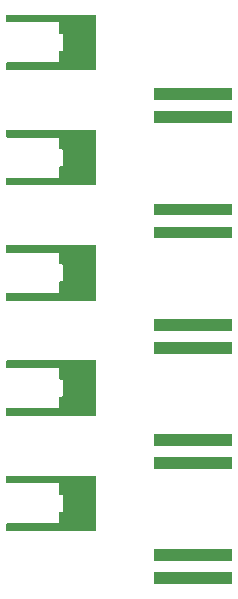
<source format=gbr>
G04 #@! TF.GenerationSoftware,KiCad,Pcbnew,(5.0.2)-1*
G04 #@! TF.CreationDate,2019-09-03T12:36:00-04:00*
G04 #@! TF.ProjectId,MMCX_2DD-100P,4d4d4358-5f32-4444-942d-313030502e6b,rev?*
G04 #@! TF.SameCoordinates,Original*
G04 #@! TF.FileFunction,Soldermask,Top*
G04 #@! TF.FilePolarity,Negative*
%FSLAX46Y46*%
G04 Gerber Fmt 4.6, Leading zero omitted, Abs format (unit mm)*
G04 Created by KiCad (PCBNEW (5.0.2)-1) date 9/3/2019 12:36:00 PM*
%MOMM*%
%LPD*%
G01*
G04 APERTURE LIST*
%ADD10C,0.100000*%
G04 APERTURE END LIST*
D10*
G36*
X159301653Y-70481072D02*
X152722653Y-70481072D01*
X152722653Y-69495152D01*
X159301653Y-69495152D01*
X159301653Y-70481072D01*
X159301653Y-70481072D01*
G37*
G36*
X159301653Y-68529362D02*
X152722653Y-68529362D01*
X152722653Y-67543442D01*
X159301653Y-67543442D01*
X159301653Y-68529362D01*
X159301653Y-68529362D01*
G37*
G36*
X147750984Y-61294802D02*
X147760596Y-61297718D01*
X147769454Y-61302453D01*
X147777222Y-61308828D01*
X147783597Y-61316596D01*
X147788332Y-61325454D01*
X147791248Y-61335066D01*
X147792837Y-61351205D01*
X147792837Y-62864225D01*
X147791248Y-62880364D01*
X147789332Y-62886679D01*
X147784551Y-62910713D01*
X147784551Y-62935217D01*
X147789331Y-62959250D01*
X147791985Y-62965657D01*
X147791985Y-64324206D01*
X147786351Y-64342779D01*
X147783949Y-64367165D01*
X147786351Y-64391551D01*
X147789332Y-64403451D01*
X147791248Y-64409766D01*
X147792837Y-64425905D01*
X147792837Y-65938925D01*
X147791248Y-65955064D01*
X147788332Y-65964676D01*
X147783597Y-65973534D01*
X147777222Y-65981302D01*
X147769454Y-65987677D01*
X147760596Y-65992412D01*
X147750984Y-65995328D01*
X147734845Y-65996917D01*
X140247125Y-65996917D01*
X140230986Y-65995328D01*
X140221374Y-65992412D01*
X140212516Y-65987677D01*
X140204748Y-65981302D01*
X140198373Y-65973534D01*
X140193638Y-65964676D01*
X140190722Y-65955064D01*
X140189133Y-65938925D01*
X140189133Y-65401205D01*
X140190722Y-65385066D01*
X140193638Y-65375454D01*
X140198373Y-65366596D01*
X140204748Y-65358828D01*
X140212516Y-65352453D01*
X140221374Y-65347718D01*
X140230986Y-65344802D01*
X140247125Y-65343213D01*
X144564133Y-65343213D01*
X144588519Y-65340811D01*
X144611968Y-65333698D01*
X144633579Y-65322147D01*
X144652521Y-65306601D01*
X144668067Y-65287659D01*
X144679618Y-65266048D01*
X144686731Y-65242599D01*
X144689133Y-65218213D01*
X144689133Y-64425905D01*
X144690722Y-64409766D01*
X144693638Y-64400154D01*
X144698373Y-64391296D01*
X144704748Y-64383528D01*
X144712516Y-64377153D01*
X144721374Y-64372418D01*
X144730986Y-64369502D01*
X144747125Y-64367913D01*
X144869785Y-64367913D01*
X144894171Y-64365511D01*
X144917620Y-64358398D01*
X144939231Y-64346847D01*
X144958173Y-64331301D01*
X144973719Y-64312359D01*
X144985270Y-64290748D01*
X144992383Y-64267299D01*
X144994785Y-64242913D01*
X144994785Y-63047217D01*
X144992383Y-63022831D01*
X144985270Y-62999382D01*
X144973719Y-62977771D01*
X144958173Y-62958829D01*
X144939231Y-62943283D01*
X144917620Y-62931732D01*
X144894171Y-62924619D01*
X144869785Y-62922217D01*
X144747125Y-62922217D01*
X144730986Y-62920628D01*
X144721374Y-62917712D01*
X144712516Y-62912977D01*
X144704748Y-62906602D01*
X144698373Y-62898834D01*
X144693638Y-62889976D01*
X144690722Y-62880364D01*
X144689133Y-62864225D01*
X144689133Y-62071917D01*
X144686731Y-62047531D01*
X144679618Y-62024082D01*
X144668067Y-62002471D01*
X144652521Y-61983529D01*
X144633579Y-61967983D01*
X144611968Y-61956432D01*
X144588519Y-61949319D01*
X144564133Y-61946917D01*
X140247125Y-61946917D01*
X140230986Y-61945328D01*
X140221374Y-61942412D01*
X140212516Y-61937677D01*
X140204748Y-61931302D01*
X140198373Y-61923534D01*
X140193638Y-61914676D01*
X140190722Y-61905064D01*
X140189133Y-61888925D01*
X140189133Y-61351205D01*
X140190722Y-61335066D01*
X140193638Y-61325454D01*
X140198373Y-61316596D01*
X140204748Y-61308828D01*
X140212516Y-61302453D01*
X140221374Y-61297718D01*
X140230986Y-61294802D01*
X140247125Y-61293213D01*
X147734845Y-61293213D01*
X147750984Y-61294802D01*
X147750984Y-61294802D01*
G37*
G36*
X159301653Y-60722549D02*
X152722653Y-60722549D01*
X152722653Y-59736629D01*
X159301653Y-59736629D01*
X159301653Y-60722549D01*
X159301653Y-60722549D01*
G37*
G36*
X159301653Y-58770839D02*
X152722653Y-58770839D01*
X152722653Y-57784919D01*
X159301653Y-57784919D01*
X159301653Y-58770839D01*
X159301653Y-58770839D01*
G37*
G36*
X147750984Y-51536282D02*
X147760596Y-51539198D01*
X147769454Y-51543933D01*
X147777222Y-51550308D01*
X147783597Y-51558076D01*
X147788332Y-51566934D01*
X147791248Y-51576546D01*
X147792837Y-51592685D01*
X147792837Y-53105705D01*
X147791248Y-53121844D01*
X147789332Y-53128159D01*
X147784551Y-53152193D01*
X147784551Y-53176697D01*
X147789331Y-53200730D01*
X147791985Y-53207137D01*
X147791985Y-54565686D01*
X147786351Y-54584259D01*
X147783949Y-54608645D01*
X147786351Y-54633031D01*
X147789332Y-54644931D01*
X147791248Y-54651246D01*
X147792837Y-54667385D01*
X147792837Y-56180405D01*
X147791248Y-56196544D01*
X147788332Y-56206156D01*
X147783597Y-56215014D01*
X147777222Y-56222782D01*
X147769454Y-56229157D01*
X147760596Y-56233892D01*
X147750984Y-56236808D01*
X147734845Y-56238397D01*
X140247125Y-56238397D01*
X140230986Y-56236808D01*
X140221374Y-56233892D01*
X140212516Y-56229157D01*
X140204748Y-56222782D01*
X140198373Y-56215014D01*
X140193638Y-56206156D01*
X140190722Y-56196544D01*
X140189133Y-56180405D01*
X140189133Y-55642685D01*
X140190722Y-55626546D01*
X140193638Y-55616934D01*
X140198373Y-55608076D01*
X140204748Y-55600308D01*
X140212516Y-55593933D01*
X140221374Y-55589198D01*
X140230986Y-55586282D01*
X140247125Y-55584693D01*
X144564133Y-55584693D01*
X144588519Y-55582291D01*
X144611968Y-55575178D01*
X144633579Y-55563627D01*
X144652521Y-55548081D01*
X144668067Y-55529139D01*
X144679618Y-55507528D01*
X144686731Y-55484079D01*
X144689133Y-55459693D01*
X144689133Y-54667385D01*
X144690722Y-54651246D01*
X144693638Y-54641634D01*
X144698373Y-54632776D01*
X144704748Y-54625008D01*
X144712516Y-54618633D01*
X144721374Y-54613898D01*
X144730986Y-54610982D01*
X144747125Y-54609393D01*
X144869785Y-54609393D01*
X144894171Y-54606991D01*
X144917620Y-54599878D01*
X144939231Y-54588327D01*
X144958173Y-54572781D01*
X144973719Y-54553839D01*
X144985270Y-54532228D01*
X144992383Y-54508779D01*
X144994785Y-54484393D01*
X144994785Y-53288697D01*
X144992383Y-53264311D01*
X144985270Y-53240862D01*
X144973719Y-53219251D01*
X144958173Y-53200309D01*
X144939231Y-53184763D01*
X144917620Y-53173212D01*
X144894171Y-53166099D01*
X144869785Y-53163697D01*
X144747125Y-53163697D01*
X144730986Y-53162108D01*
X144721374Y-53159192D01*
X144712516Y-53154457D01*
X144704748Y-53148082D01*
X144698373Y-53140314D01*
X144693638Y-53131456D01*
X144690722Y-53121844D01*
X144689133Y-53105705D01*
X144689133Y-52313397D01*
X144686731Y-52289011D01*
X144679618Y-52265562D01*
X144668067Y-52243951D01*
X144652521Y-52225009D01*
X144633579Y-52209463D01*
X144611968Y-52197912D01*
X144588519Y-52190799D01*
X144564133Y-52188397D01*
X140247125Y-52188397D01*
X140230986Y-52186808D01*
X140221374Y-52183892D01*
X140212516Y-52179157D01*
X140204748Y-52172782D01*
X140198373Y-52165014D01*
X140193638Y-52156156D01*
X140190722Y-52146544D01*
X140189133Y-52130405D01*
X140189133Y-51592685D01*
X140190722Y-51576546D01*
X140193638Y-51566934D01*
X140198373Y-51558076D01*
X140204748Y-51550308D01*
X140212516Y-51543933D01*
X140221374Y-51539198D01*
X140230986Y-51536282D01*
X140247125Y-51534693D01*
X147734845Y-51534693D01*
X147750984Y-51536282D01*
X147750984Y-51536282D01*
G37*
G36*
X159301653Y-50964027D02*
X152722653Y-50964027D01*
X152722653Y-49978107D01*
X159301653Y-49978107D01*
X159301653Y-50964027D01*
X159301653Y-50964027D01*
G37*
G36*
X159301653Y-49012317D02*
X152722653Y-49012317D01*
X152722653Y-48026397D01*
X159301653Y-48026397D01*
X159301653Y-49012317D01*
X159301653Y-49012317D01*
G37*
G36*
X147750984Y-41777762D02*
X147760596Y-41780678D01*
X147769454Y-41785413D01*
X147777222Y-41791788D01*
X147783597Y-41799556D01*
X147788332Y-41808414D01*
X147791248Y-41818026D01*
X147792837Y-41834165D01*
X147792837Y-43347185D01*
X147791248Y-43363324D01*
X147789332Y-43369639D01*
X147784551Y-43393673D01*
X147784551Y-43418177D01*
X147789331Y-43442210D01*
X147791985Y-43448617D01*
X147791985Y-44807166D01*
X147786351Y-44825739D01*
X147783949Y-44850125D01*
X147786351Y-44874511D01*
X147789332Y-44886411D01*
X147791248Y-44892726D01*
X147792837Y-44908865D01*
X147792837Y-46421885D01*
X147791248Y-46438024D01*
X147788332Y-46447636D01*
X147783597Y-46456494D01*
X147777222Y-46464262D01*
X147769454Y-46470637D01*
X147760596Y-46475372D01*
X147750984Y-46478288D01*
X147734845Y-46479877D01*
X140247125Y-46479877D01*
X140230986Y-46478288D01*
X140221374Y-46475372D01*
X140212516Y-46470637D01*
X140204748Y-46464262D01*
X140198373Y-46456494D01*
X140193638Y-46447636D01*
X140190722Y-46438024D01*
X140189133Y-46421885D01*
X140189133Y-45884165D01*
X140190722Y-45868026D01*
X140193638Y-45858414D01*
X140198373Y-45849556D01*
X140204748Y-45841788D01*
X140212516Y-45835413D01*
X140221374Y-45830678D01*
X140230986Y-45827762D01*
X140247125Y-45826173D01*
X144564133Y-45826173D01*
X144588519Y-45823771D01*
X144611968Y-45816658D01*
X144633579Y-45805107D01*
X144652521Y-45789561D01*
X144668067Y-45770619D01*
X144679618Y-45749008D01*
X144686731Y-45725559D01*
X144689133Y-45701173D01*
X144689133Y-44908865D01*
X144690722Y-44892726D01*
X144693638Y-44883114D01*
X144698373Y-44874256D01*
X144704748Y-44866488D01*
X144712516Y-44860113D01*
X144721374Y-44855378D01*
X144730986Y-44852462D01*
X144747125Y-44850873D01*
X144869785Y-44850873D01*
X144894171Y-44848471D01*
X144917620Y-44841358D01*
X144939231Y-44829807D01*
X144958173Y-44814261D01*
X144973719Y-44795319D01*
X144985270Y-44773708D01*
X144992383Y-44750259D01*
X144994785Y-44725873D01*
X144994785Y-43530177D01*
X144992383Y-43505791D01*
X144985270Y-43482342D01*
X144973719Y-43460731D01*
X144958173Y-43441789D01*
X144939231Y-43426243D01*
X144917620Y-43414692D01*
X144894171Y-43407579D01*
X144869785Y-43405177D01*
X144747125Y-43405177D01*
X144730986Y-43403588D01*
X144721374Y-43400672D01*
X144712516Y-43395937D01*
X144704748Y-43389562D01*
X144698373Y-43381794D01*
X144693638Y-43372936D01*
X144690722Y-43363324D01*
X144689133Y-43347185D01*
X144689133Y-42554877D01*
X144686731Y-42530491D01*
X144679618Y-42507042D01*
X144668067Y-42485431D01*
X144652521Y-42466489D01*
X144633579Y-42450943D01*
X144611968Y-42439392D01*
X144588519Y-42432279D01*
X144564133Y-42429877D01*
X140247125Y-42429877D01*
X140230986Y-42428288D01*
X140221374Y-42425372D01*
X140212516Y-42420637D01*
X140204748Y-42414262D01*
X140198373Y-42406494D01*
X140193638Y-42397636D01*
X140190722Y-42388024D01*
X140189133Y-42371885D01*
X140189133Y-41834165D01*
X140190722Y-41818026D01*
X140193638Y-41808414D01*
X140198373Y-41799556D01*
X140204748Y-41791788D01*
X140212516Y-41785413D01*
X140221374Y-41780678D01*
X140230986Y-41777762D01*
X140247125Y-41776173D01*
X147734845Y-41776173D01*
X147750984Y-41777762D01*
X147750984Y-41777762D01*
G37*
G36*
X159301653Y-41205507D02*
X152722653Y-41205507D01*
X152722653Y-40219587D01*
X159301653Y-40219587D01*
X159301653Y-41205507D01*
X159301653Y-41205507D01*
G37*
G36*
X159301653Y-39253797D02*
X152722653Y-39253797D01*
X152722653Y-38267877D01*
X159301653Y-38267877D01*
X159301653Y-39253797D01*
X159301653Y-39253797D01*
G37*
G36*
X147750984Y-32019242D02*
X147760596Y-32022158D01*
X147769454Y-32026893D01*
X147777222Y-32033268D01*
X147783597Y-32041036D01*
X147788332Y-32049894D01*
X147791248Y-32059506D01*
X147792837Y-32075645D01*
X147792837Y-33588665D01*
X147791248Y-33604804D01*
X147789332Y-33611119D01*
X147784551Y-33635153D01*
X147784551Y-33659657D01*
X147789331Y-33683690D01*
X147791985Y-33690097D01*
X147791985Y-35048646D01*
X147786351Y-35067219D01*
X147783949Y-35091605D01*
X147786351Y-35115991D01*
X147789332Y-35127891D01*
X147791248Y-35134206D01*
X147792837Y-35150345D01*
X147792837Y-36663365D01*
X147791248Y-36679504D01*
X147788332Y-36689116D01*
X147783597Y-36697974D01*
X147777222Y-36705742D01*
X147769454Y-36712117D01*
X147760596Y-36716852D01*
X147750984Y-36719768D01*
X147734845Y-36721357D01*
X140247125Y-36721357D01*
X140230986Y-36719768D01*
X140221374Y-36716852D01*
X140212516Y-36712117D01*
X140204748Y-36705742D01*
X140198373Y-36697974D01*
X140193638Y-36689116D01*
X140190722Y-36679504D01*
X140189133Y-36663365D01*
X140189133Y-36125645D01*
X140190722Y-36109506D01*
X140193638Y-36099894D01*
X140198373Y-36091036D01*
X140204748Y-36083268D01*
X140212516Y-36076893D01*
X140221374Y-36072158D01*
X140230986Y-36069242D01*
X140247125Y-36067653D01*
X144564133Y-36067653D01*
X144588519Y-36065251D01*
X144611968Y-36058138D01*
X144633579Y-36046587D01*
X144652521Y-36031041D01*
X144668067Y-36012099D01*
X144679618Y-35990488D01*
X144686731Y-35967039D01*
X144689133Y-35942653D01*
X144689133Y-35150345D01*
X144690722Y-35134206D01*
X144693638Y-35124594D01*
X144698373Y-35115736D01*
X144704748Y-35107968D01*
X144712516Y-35101593D01*
X144721374Y-35096858D01*
X144730986Y-35093942D01*
X144747125Y-35092353D01*
X144869785Y-35092353D01*
X144894171Y-35089951D01*
X144917620Y-35082838D01*
X144939231Y-35071287D01*
X144958173Y-35055741D01*
X144973719Y-35036799D01*
X144985270Y-35015188D01*
X144992383Y-34991739D01*
X144994785Y-34967353D01*
X144994785Y-33771657D01*
X144992383Y-33747271D01*
X144985270Y-33723822D01*
X144973719Y-33702211D01*
X144958173Y-33683269D01*
X144939231Y-33667723D01*
X144917620Y-33656172D01*
X144894171Y-33649059D01*
X144869785Y-33646657D01*
X144747125Y-33646657D01*
X144730986Y-33645068D01*
X144721374Y-33642152D01*
X144712516Y-33637417D01*
X144704748Y-33631042D01*
X144698373Y-33623274D01*
X144693638Y-33614416D01*
X144690722Y-33604804D01*
X144689133Y-33588665D01*
X144689133Y-32796357D01*
X144686731Y-32771971D01*
X144679618Y-32748522D01*
X144668067Y-32726911D01*
X144652521Y-32707969D01*
X144633579Y-32692423D01*
X144611968Y-32680872D01*
X144588519Y-32673759D01*
X144564133Y-32671357D01*
X140247125Y-32671357D01*
X140230986Y-32669768D01*
X140221374Y-32666852D01*
X140212516Y-32662117D01*
X140204748Y-32655742D01*
X140198373Y-32647974D01*
X140193638Y-32639116D01*
X140190722Y-32629504D01*
X140189133Y-32613365D01*
X140189133Y-32075645D01*
X140190722Y-32059506D01*
X140193638Y-32049894D01*
X140198373Y-32041036D01*
X140204748Y-32033268D01*
X140212516Y-32026893D01*
X140221374Y-32022158D01*
X140230986Y-32019242D01*
X140247125Y-32017653D01*
X147734845Y-32017653D01*
X147750984Y-32019242D01*
X147750984Y-32019242D01*
G37*
G36*
X159301653Y-31446989D02*
X152722653Y-31446989D01*
X152722653Y-30461069D01*
X159301653Y-30461069D01*
X159301653Y-31446989D01*
X159301653Y-31446989D01*
G37*
G36*
X159301653Y-29495279D02*
X152722653Y-29495279D01*
X152722653Y-28509359D01*
X159301653Y-28509359D01*
X159301653Y-29495279D01*
X159301653Y-29495279D01*
G37*
G36*
X147750984Y-22260722D02*
X147760596Y-22263638D01*
X147769454Y-22268373D01*
X147777222Y-22274748D01*
X147783597Y-22282516D01*
X147788332Y-22291374D01*
X147791248Y-22300986D01*
X147792837Y-22317125D01*
X147792837Y-23830145D01*
X147791248Y-23846284D01*
X147789332Y-23852599D01*
X147784551Y-23876633D01*
X147784551Y-23901137D01*
X147789331Y-23925170D01*
X147791985Y-23931577D01*
X147791985Y-25290126D01*
X147786351Y-25308699D01*
X147783949Y-25333085D01*
X147786351Y-25357471D01*
X147789332Y-25369371D01*
X147791248Y-25375686D01*
X147792837Y-25391825D01*
X147792837Y-26904845D01*
X147791248Y-26920984D01*
X147788332Y-26930596D01*
X147783597Y-26939454D01*
X147777222Y-26947222D01*
X147769454Y-26953597D01*
X147760596Y-26958332D01*
X147750984Y-26961248D01*
X147734845Y-26962837D01*
X140247125Y-26962837D01*
X140230986Y-26961248D01*
X140221374Y-26958332D01*
X140212516Y-26953597D01*
X140204748Y-26947222D01*
X140198373Y-26939454D01*
X140193638Y-26930596D01*
X140190722Y-26920984D01*
X140189133Y-26904845D01*
X140189133Y-26367125D01*
X140190722Y-26350986D01*
X140193638Y-26341374D01*
X140198373Y-26332516D01*
X140204748Y-26324748D01*
X140212516Y-26318373D01*
X140221374Y-26313638D01*
X140230986Y-26310722D01*
X140247125Y-26309133D01*
X144564133Y-26309133D01*
X144588519Y-26306731D01*
X144611968Y-26299618D01*
X144633579Y-26288067D01*
X144652521Y-26272521D01*
X144668067Y-26253579D01*
X144679618Y-26231968D01*
X144686731Y-26208519D01*
X144689133Y-26184133D01*
X144689133Y-25391825D01*
X144690722Y-25375686D01*
X144693638Y-25366074D01*
X144698373Y-25357216D01*
X144704748Y-25349448D01*
X144712516Y-25343073D01*
X144721374Y-25338338D01*
X144730986Y-25335422D01*
X144747125Y-25333833D01*
X144869785Y-25333833D01*
X144894171Y-25331431D01*
X144917620Y-25324318D01*
X144939231Y-25312767D01*
X144958173Y-25297221D01*
X144973719Y-25278279D01*
X144985270Y-25256668D01*
X144992383Y-25233219D01*
X144994785Y-25208833D01*
X144994785Y-24013137D01*
X144992383Y-23988751D01*
X144985270Y-23965302D01*
X144973719Y-23943691D01*
X144958173Y-23924749D01*
X144939231Y-23909203D01*
X144917620Y-23897652D01*
X144894171Y-23890539D01*
X144869785Y-23888137D01*
X144747125Y-23888137D01*
X144730986Y-23886548D01*
X144721374Y-23883632D01*
X144712516Y-23878897D01*
X144704748Y-23872522D01*
X144698373Y-23864754D01*
X144693638Y-23855896D01*
X144690722Y-23846284D01*
X144689133Y-23830145D01*
X144689133Y-23037837D01*
X144686731Y-23013451D01*
X144679618Y-22990002D01*
X144668067Y-22968391D01*
X144652521Y-22949449D01*
X144633579Y-22933903D01*
X144611968Y-22922352D01*
X144588519Y-22915239D01*
X144564133Y-22912837D01*
X140247125Y-22912837D01*
X140230986Y-22911248D01*
X140221374Y-22908332D01*
X140212516Y-22903597D01*
X140204748Y-22897222D01*
X140198373Y-22889454D01*
X140193638Y-22880596D01*
X140190722Y-22870984D01*
X140189133Y-22854845D01*
X140189133Y-22317125D01*
X140190722Y-22300986D01*
X140193638Y-22291374D01*
X140198373Y-22282516D01*
X140204748Y-22274748D01*
X140212516Y-22268373D01*
X140221374Y-22263638D01*
X140230986Y-22260722D01*
X140247125Y-22259133D01*
X147734845Y-22259133D01*
X147750984Y-22260722D01*
X147750984Y-22260722D01*
G37*
M02*

</source>
